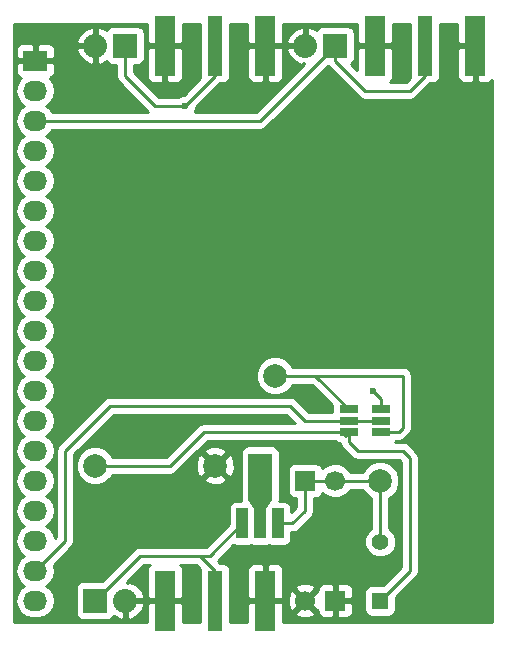
<source format=gtl>
G04 #@! TF.FileFunction,Copper,L1,Top,Signal*
%FSLAX46Y46*%
G04 Gerber Fmt 4.6, Leading zero omitted, Abs format (unit mm)*
G04 Created by KiCad (PCBNEW 4.0.4+e1-6308~48~ubuntu16.04.1-stable) date Fri Dec  2 12:05:53 2016*
%MOMM*%
%LPD*%
G01*
G04 APERTURE LIST*
%ADD10C,0.100000*%
%ADD11C,2.000000*%
%ADD12R,2.032000X2.032000*%
%ADD13O,2.032000X2.032000*%
%ADD14R,2.032000X1.727200*%
%ADD15O,2.032000X1.727200*%
%ADD16R,1.560000X0.650000*%
%ADD17R,1.400000X1.400000*%
%ADD18C,1.400000*%
%ADD19R,1.000760X2.501900*%
%ADD20R,1.998980X4.000500*%
%ADD21R,1.778000X5.080000*%
%ADD22R,1.270000X5.080000*%
%ADD23C,1.998980*%
%ADD24C,1.699260*%
%ADD25R,1.699260X1.699260*%
%ADD26C,0.600000*%
%ADD27C,0.250000*%
%ADD28C,0.254000*%
G04 APERTURE END LIST*
D10*
D11*
X93980000Y-105410000D03*
X102870000Y-114300000D03*
D12*
X99060000Y-77470000D03*
D13*
X96520000Y-77470000D03*
D12*
X81280000Y-77470000D03*
D13*
X78740000Y-77470000D03*
D12*
X78740000Y-124460000D03*
D13*
X81280000Y-124460000D03*
D14*
X73660000Y-78740000D03*
D15*
X73660000Y-81280000D03*
X73660000Y-83820000D03*
X73660000Y-86360000D03*
X73660000Y-88900000D03*
X73660000Y-91440000D03*
X73660000Y-93980000D03*
X73660000Y-96520000D03*
X73660000Y-99060000D03*
X73660000Y-101600000D03*
X73660000Y-104140000D03*
X73660000Y-106680000D03*
X73660000Y-109220000D03*
X73660000Y-111760000D03*
X73660000Y-114300000D03*
X73660000Y-116840000D03*
X73660000Y-119380000D03*
X73660000Y-121920000D03*
X73660000Y-124460000D03*
D16*
X100250000Y-108270000D03*
X100250000Y-109220000D03*
X100250000Y-110170000D03*
X102950000Y-110170000D03*
X102950000Y-108270000D03*
X102950000Y-109220000D03*
D17*
X102870000Y-124460000D03*
D18*
X102870000Y-119460000D03*
D19*
X91208860Y-117922040D03*
X92710000Y-117922040D03*
X94211140Y-117922040D03*
D20*
X92710000Y-113969800D03*
D10*
G36*
X93710760Y-115944650D02*
X93210380Y-116693950D01*
X92209620Y-116693950D01*
X91709240Y-115944650D01*
X93710760Y-115944650D01*
X93710760Y-115944650D01*
G37*
D21*
X110934500Y-77470000D03*
X102425500Y-77470000D03*
D22*
X106680000Y-77470000D03*
D21*
X93154500Y-77470000D03*
X84645500Y-77470000D03*
D22*
X88900000Y-77470000D03*
D21*
X84645500Y-124460000D03*
X93154500Y-124460000D03*
D22*
X88900000Y-124460000D03*
D23*
X78740000Y-113030000D03*
X88900000Y-113030000D03*
D24*
X99057460Y-114299480D03*
D25*
X99057460Y-124459480D03*
D24*
X96522540Y-124460520D03*
D25*
X96522540Y-114300520D03*
D26*
X86360000Y-82550000D03*
X102235000Y-106680000D03*
D27*
X81280000Y-77470000D02*
X81280000Y-80010000D01*
X81280000Y-80010000D02*
X83820000Y-82550000D01*
X83820000Y-82550000D02*
X86360000Y-82550000D01*
X86360000Y-82550000D02*
X88900000Y-80010000D01*
X88900000Y-80010000D02*
X88900000Y-77470000D01*
X102950000Y-110170000D02*
X104460000Y-110170000D01*
X104775000Y-105410000D02*
X97155000Y-105410000D01*
X104775000Y-109855000D02*
X104775000Y-105410000D01*
X104460000Y-110170000D02*
X104775000Y-109855000D01*
X93980000Y-105410000D02*
X97155000Y-105410000D01*
X97155000Y-105410000D02*
X97390000Y-105410000D01*
X97390000Y-105410000D02*
X100250000Y-108270000D01*
X100250000Y-109220000D02*
X96520000Y-109220000D01*
X96520000Y-109220000D02*
X95250000Y-107950000D01*
X100250000Y-109220000D02*
X102950000Y-109220000D01*
X76200000Y-119380000D02*
X73660000Y-121920000D01*
X76200000Y-111760000D02*
X76200000Y-119380000D01*
X80010000Y-107950000D02*
X76200000Y-111760000D01*
X95250000Y-107950000D02*
X80010000Y-107950000D01*
X100250000Y-110170000D02*
X100250000Y-111045000D01*
X105410000Y-121920000D02*
X102870000Y-124460000D01*
X105410000Y-112395000D02*
X105410000Y-121920000D01*
X104775000Y-111760000D02*
X105410000Y-112395000D01*
X100965000Y-111760000D02*
X104775000Y-111760000D01*
X100250000Y-111045000D02*
X100965000Y-111760000D01*
X78740000Y-113030000D02*
X85090000Y-113030000D01*
X87950000Y-110170000D02*
X100250000Y-110170000D01*
X85090000Y-113030000D02*
X87950000Y-110170000D01*
X99930000Y-110490000D02*
X100250000Y-110170000D01*
X102950000Y-108270000D02*
X102950000Y-107395000D01*
X102950000Y-107395000D02*
X102235000Y-106680000D01*
X94211140Y-117922040D02*
X95437960Y-117922040D01*
X96522540Y-116837460D02*
X96522540Y-114300520D01*
X95437960Y-117922040D02*
X96522540Y-116837460D01*
X96522540Y-114300520D02*
X99056420Y-114300520D01*
X99056420Y-114300520D02*
X99056940Y-114300000D01*
X99056940Y-114300000D02*
X102870000Y-114300000D01*
X102870000Y-114300000D02*
X102870000Y-119460000D01*
X94211140Y-117922040D02*
X94211140Y-117881920D01*
X99060000Y-77470000D02*
X99060000Y-78740000D01*
X105410000Y-81280000D02*
X106680000Y-80010000D01*
X101600000Y-81280000D02*
X105410000Y-81280000D01*
X99060000Y-78740000D02*
X101600000Y-81280000D01*
X106680000Y-80010000D02*
X106680000Y-77470000D01*
X92710000Y-83820000D02*
X99060000Y-77470000D01*
X73660000Y-83820000D02*
X92710000Y-83820000D01*
X87630000Y-120650000D02*
X88480900Y-120650000D01*
X88480900Y-120650000D02*
X91208860Y-117922040D01*
X91208860Y-117922040D02*
X91208860Y-118341140D01*
X78740000Y-124460000D02*
X82550000Y-120650000D01*
X87630000Y-120650000D02*
X88900000Y-121920000D01*
X82550000Y-120650000D02*
X87630000Y-120650000D01*
X88900000Y-121920000D02*
X88900000Y-124460000D01*
X92710000Y-117922040D02*
X92710000Y-113969800D01*
D28*
G36*
X83121500Y-77184250D02*
X83280250Y-77343000D01*
X84518500Y-77343000D01*
X84518500Y-77323000D01*
X84772500Y-77323000D01*
X84772500Y-77343000D01*
X86010750Y-77343000D01*
X86169500Y-77184250D01*
X86169500Y-75640000D01*
X87617560Y-75640000D01*
X87617560Y-80010000D01*
X87650443Y-80184755D01*
X86220320Y-81614878D01*
X86174833Y-81614838D01*
X85831057Y-81756883D01*
X85797882Y-81790000D01*
X84134802Y-81790000D01*
X82040000Y-79695198D01*
X82040000Y-79133440D01*
X82296000Y-79133440D01*
X82531317Y-79089162D01*
X82747441Y-78950090D01*
X82892431Y-78737890D01*
X82943440Y-78486000D01*
X82943440Y-77755750D01*
X83121500Y-77755750D01*
X83121500Y-80136310D01*
X83218173Y-80369699D01*
X83396802Y-80548327D01*
X83630191Y-80645000D01*
X84359750Y-80645000D01*
X84518500Y-80486250D01*
X84518500Y-77597000D01*
X84772500Y-77597000D01*
X84772500Y-80486250D01*
X84931250Y-80645000D01*
X85660809Y-80645000D01*
X85894198Y-80548327D01*
X86072827Y-80369699D01*
X86169500Y-80136310D01*
X86169500Y-77755750D01*
X86010750Y-77597000D01*
X84772500Y-77597000D01*
X84518500Y-77597000D01*
X83280250Y-77597000D01*
X83121500Y-77755750D01*
X82943440Y-77755750D01*
X82943440Y-76454000D01*
X82899162Y-76218683D01*
X82760090Y-76002559D01*
X82547890Y-75857569D01*
X82296000Y-75806560D01*
X80264000Y-75806560D01*
X80028683Y-75850838D01*
X79812559Y-75989910D01*
X79712144Y-76136872D01*
X79708379Y-76132812D01*
X79122946Y-75864017D01*
X78867000Y-75982633D01*
X78867000Y-77343000D01*
X78887000Y-77343000D01*
X78887000Y-77597000D01*
X78867000Y-77597000D01*
X78867000Y-78957367D01*
X79122946Y-79075983D01*
X79708379Y-78807188D01*
X79712934Y-78802276D01*
X79799910Y-78937441D01*
X80012110Y-79082431D01*
X80264000Y-79133440D01*
X80520000Y-79133440D01*
X80520000Y-80010000D01*
X80577852Y-80300839D01*
X80742599Y-80547401D01*
X83255198Y-83060000D01*
X75104648Y-83060000D01*
X74904415Y-82760330D01*
X74589634Y-82550000D01*
X74904415Y-82339670D01*
X75229271Y-81853489D01*
X75343345Y-81280000D01*
X75229271Y-80706511D01*
X74904415Y-80220330D01*
X74882220Y-80205500D01*
X75035699Y-80141927D01*
X75214327Y-79963298D01*
X75311000Y-79729909D01*
X75311000Y-79025750D01*
X75152250Y-78867000D01*
X73787000Y-78867000D01*
X73787000Y-78887000D01*
X73533000Y-78887000D01*
X73533000Y-78867000D01*
X72167750Y-78867000D01*
X72009000Y-79025750D01*
X72009000Y-79729909D01*
X72105673Y-79963298D01*
X72284301Y-80141927D01*
X72437780Y-80205500D01*
X72415585Y-80220330D01*
X72090729Y-80706511D01*
X71976655Y-81280000D01*
X72090729Y-81853489D01*
X72415585Y-82339670D01*
X72730366Y-82550000D01*
X72415585Y-82760330D01*
X72090729Y-83246511D01*
X71976655Y-83820000D01*
X72090729Y-84393489D01*
X72415585Y-84879670D01*
X72730366Y-85090000D01*
X72415585Y-85300330D01*
X72090729Y-85786511D01*
X71976655Y-86360000D01*
X72090729Y-86933489D01*
X72415585Y-87419670D01*
X72730366Y-87630000D01*
X72415585Y-87840330D01*
X72090729Y-88326511D01*
X71976655Y-88900000D01*
X72090729Y-89473489D01*
X72415585Y-89959670D01*
X72730366Y-90170000D01*
X72415585Y-90380330D01*
X72090729Y-90866511D01*
X71976655Y-91440000D01*
X72090729Y-92013489D01*
X72415585Y-92499670D01*
X72730366Y-92710000D01*
X72415585Y-92920330D01*
X72090729Y-93406511D01*
X71976655Y-93980000D01*
X72090729Y-94553489D01*
X72415585Y-95039670D01*
X72730366Y-95250000D01*
X72415585Y-95460330D01*
X72090729Y-95946511D01*
X71976655Y-96520000D01*
X72090729Y-97093489D01*
X72415585Y-97579670D01*
X72730366Y-97790000D01*
X72415585Y-98000330D01*
X72090729Y-98486511D01*
X71976655Y-99060000D01*
X72090729Y-99633489D01*
X72415585Y-100119670D01*
X72730366Y-100330000D01*
X72415585Y-100540330D01*
X72090729Y-101026511D01*
X71976655Y-101600000D01*
X72090729Y-102173489D01*
X72415585Y-102659670D01*
X72730366Y-102870000D01*
X72415585Y-103080330D01*
X72090729Y-103566511D01*
X71976655Y-104140000D01*
X72090729Y-104713489D01*
X72415585Y-105199670D01*
X72730366Y-105410000D01*
X72415585Y-105620330D01*
X72090729Y-106106511D01*
X71976655Y-106680000D01*
X72090729Y-107253489D01*
X72415585Y-107739670D01*
X72730366Y-107950000D01*
X72415585Y-108160330D01*
X72090729Y-108646511D01*
X71976655Y-109220000D01*
X72090729Y-109793489D01*
X72415585Y-110279670D01*
X72730366Y-110490000D01*
X72415585Y-110700330D01*
X72090729Y-111186511D01*
X71976655Y-111760000D01*
X72090729Y-112333489D01*
X72415585Y-112819670D01*
X72730366Y-113030000D01*
X72415585Y-113240330D01*
X72090729Y-113726511D01*
X71976655Y-114300000D01*
X72090729Y-114873489D01*
X72415585Y-115359670D01*
X72730366Y-115570000D01*
X72415585Y-115780330D01*
X72090729Y-116266511D01*
X71976655Y-116840000D01*
X72090729Y-117413489D01*
X72415585Y-117899670D01*
X72730366Y-118110000D01*
X72415585Y-118320330D01*
X72090729Y-118806511D01*
X71976655Y-119380000D01*
X72090729Y-119953489D01*
X72415585Y-120439670D01*
X72730366Y-120650000D01*
X72415585Y-120860330D01*
X72090729Y-121346511D01*
X71976655Y-121920000D01*
X72090729Y-122493489D01*
X72415585Y-122979670D01*
X72730366Y-123190000D01*
X72415585Y-123400330D01*
X72090729Y-123886511D01*
X71976655Y-124460000D01*
X72090729Y-125033489D01*
X72415585Y-125519670D01*
X72901766Y-125844526D01*
X73475255Y-125958600D01*
X73844745Y-125958600D01*
X74418234Y-125844526D01*
X74904415Y-125519670D01*
X75229271Y-125033489D01*
X75343345Y-124460000D01*
X75229271Y-123886511D01*
X74904415Y-123400330D01*
X74589634Y-123190000D01*
X74904415Y-122979670D01*
X75229271Y-122493489D01*
X75343345Y-121920000D01*
X75242381Y-121412421D01*
X76737401Y-119917401D01*
X76902148Y-119670840D01*
X76911746Y-119622586D01*
X76960000Y-119380000D01*
X76960000Y-112074802D01*
X80324802Y-108710000D01*
X94935198Y-108710000D01*
X95635198Y-109410000D01*
X87950000Y-109410000D01*
X87659161Y-109467852D01*
X87412599Y-109632599D01*
X84775198Y-112270000D01*
X80194496Y-112270000D01*
X80126462Y-112105345D01*
X79667073Y-111645154D01*
X79066547Y-111395794D01*
X78416306Y-111395226D01*
X77815345Y-111643538D01*
X77355154Y-112102927D01*
X77105794Y-112703453D01*
X77105226Y-113353694D01*
X77353538Y-113954655D01*
X77812927Y-114414846D01*
X78413453Y-114664206D01*
X79063694Y-114664774D01*
X79664655Y-114416462D01*
X79899363Y-114182163D01*
X87927443Y-114182163D01*
X88026042Y-114448965D01*
X88635582Y-114675401D01*
X89285377Y-114651341D01*
X89773958Y-114448965D01*
X89872557Y-114182163D01*
X88900000Y-113209605D01*
X87927443Y-114182163D01*
X79899363Y-114182163D01*
X80124846Y-113957073D01*
X80194221Y-113790000D01*
X85090000Y-113790000D01*
X85380839Y-113732148D01*
X85627401Y-113567401D01*
X86429220Y-112765582D01*
X87254599Y-112765582D01*
X87278659Y-113415377D01*
X87481035Y-113903958D01*
X87747837Y-114002557D01*
X88720395Y-113030000D01*
X89079605Y-113030000D01*
X90052163Y-114002557D01*
X90318965Y-113903958D01*
X90545401Y-113294418D01*
X90521341Y-112644623D01*
X90318965Y-112156042D01*
X90052163Y-112057443D01*
X89079605Y-113030000D01*
X88720395Y-113030000D01*
X87747837Y-112057443D01*
X87481035Y-112156042D01*
X87254599Y-112765582D01*
X86429220Y-112765582D01*
X87316965Y-111877837D01*
X87927443Y-111877837D01*
X88900000Y-112850395D01*
X89872557Y-111877837D01*
X89773958Y-111611035D01*
X89164418Y-111384599D01*
X88514623Y-111408659D01*
X88026042Y-111611035D01*
X87927443Y-111877837D01*
X87316965Y-111877837D01*
X88264802Y-110930000D01*
X98995331Y-110930000D01*
X99005910Y-110946441D01*
X99218110Y-111091431D01*
X99470000Y-111142440D01*
X99509382Y-111142440D01*
X99547852Y-111335839D01*
X99712599Y-111582401D01*
X100427599Y-112297401D01*
X100674161Y-112462148D01*
X100965000Y-112520000D01*
X104460198Y-112520000D01*
X104650000Y-112709802D01*
X104650000Y-121605198D01*
X103142638Y-123112560D01*
X102170000Y-123112560D01*
X101934683Y-123156838D01*
X101718559Y-123295910D01*
X101573569Y-123508110D01*
X101522560Y-123760000D01*
X101522560Y-125160000D01*
X101566838Y-125395317D01*
X101705910Y-125611441D01*
X101918110Y-125756431D01*
X102170000Y-125807440D01*
X103570000Y-125807440D01*
X103805317Y-125763162D01*
X104021441Y-125624090D01*
X104166431Y-125411890D01*
X104217440Y-125160000D01*
X104217440Y-124187362D01*
X105947401Y-122457401D01*
X106112148Y-122210840D01*
X106121746Y-122162586D01*
X106170000Y-121920000D01*
X106170000Y-112395000D01*
X106112148Y-112104161D01*
X105947401Y-111857599D01*
X105312401Y-111222599D01*
X105065839Y-111057852D01*
X104775000Y-111000000D01*
X104117865Y-111000000D01*
X104181441Y-110959090D01*
X104201317Y-110930000D01*
X104460000Y-110930000D01*
X104750839Y-110872148D01*
X104997401Y-110707401D01*
X105312401Y-110392401D01*
X105477148Y-110145840D01*
X105535000Y-109855000D01*
X105535000Y-105410000D01*
X105477148Y-105119161D01*
X105312401Y-104872599D01*
X105065839Y-104707852D01*
X104775000Y-104650000D01*
X95435047Y-104650000D01*
X95366894Y-104485057D01*
X94907363Y-104024722D01*
X94306648Y-103775284D01*
X93656205Y-103774716D01*
X93055057Y-104023106D01*
X92594722Y-104482637D01*
X92345284Y-105083352D01*
X92344716Y-105733795D01*
X92593106Y-106334943D01*
X93052637Y-106795278D01*
X93653352Y-107044716D01*
X94303795Y-107045284D01*
X94904943Y-106796894D01*
X95365278Y-106337363D01*
X95434773Y-106170000D01*
X97075198Y-106170000D01*
X98827214Y-107922016D01*
X98822560Y-107945000D01*
X98822560Y-108460000D01*
X96834802Y-108460000D01*
X95787401Y-107412599D01*
X95540839Y-107247852D01*
X95250000Y-107190000D01*
X80010000Y-107190000D01*
X79719161Y-107247852D01*
X79472599Y-107412599D01*
X75662599Y-111222599D01*
X75497852Y-111469161D01*
X75440000Y-111760000D01*
X75440000Y-119065198D01*
X75307152Y-119198046D01*
X75229271Y-118806511D01*
X74904415Y-118320330D01*
X74589634Y-118110000D01*
X74904415Y-117899670D01*
X75229271Y-117413489D01*
X75343345Y-116840000D01*
X75229271Y-116266511D01*
X74904415Y-115780330D01*
X74589634Y-115570000D01*
X74904415Y-115359670D01*
X75229271Y-114873489D01*
X75343345Y-114300000D01*
X75229271Y-113726511D01*
X74904415Y-113240330D01*
X74589634Y-113030000D01*
X74904415Y-112819670D01*
X75229271Y-112333489D01*
X75343345Y-111760000D01*
X75229271Y-111186511D01*
X74904415Y-110700330D01*
X74589634Y-110490000D01*
X74904415Y-110279670D01*
X75229271Y-109793489D01*
X75343345Y-109220000D01*
X75229271Y-108646511D01*
X74904415Y-108160330D01*
X74589634Y-107950000D01*
X74904415Y-107739670D01*
X75229271Y-107253489D01*
X75343345Y-106680000D01*
X75229271Y-106106511D01*
X74904415Y-105620330D01*
X74589634Y-105410000D01*
X74904415Y-105199670D01*
X75229271Y-104713489D01*
X75343345Y-104140000D01*
X75229271Y-103566511D01*
X74904415Y-103080330D01*
X74589634Y-102870000D01*
X74904415Y-102659670D01*
X75229271Y-102173489D01*
X75343345Y-101600000D01*
X75229271Y-101026511D01*
X74904415Y-100540330D01*
X74589634Y-100330000D01*
X74904415Y-100119670D01*
X75229271Y-99633489D01*
X75343345Y-99060000D01*
X75229271Y-98486511D01*
X74904415Y-98000330D01*
X74589634Y-97790000D01*
X74904415Y-97579670D01*
X75229271Y-97093489D01*
X75343345Y-96520000D01*
X75229271Y-95946511D01*
X74904415Y-95460330D01*
X74589634Y-95250000D01*
X74904415Y-95039670D01*
X75229271Y-94553489D01*
X75343345Y-93980000D01*
X75229271Y-93406511D01*
X74904415Y-92920330D01*
X74589634Y-92710000D01*
X74904415Y-92499670D01*
X75229271Y-92013489D01*
X75343345Y-91440000D01*
X75229271Y-90866511D01*
X74904415Y-90380330D01*
X74589634Y-90170000D01*
X74904415Y-89959670D01*
X75229271Y-89473489D01*
X75343345Y-88900000D01*
X75229271Y-88326511D01*
X74904415Y-87840330D01*
X74589634Y-87630000D01*
X74904415Y-87419670D01*
X75229271Y-86933489D01*
X75343345Y-86360000D01*
X75229271Y-85786511D01*
X74904415Y-85300330D01*
X74589634Y-85090000D01*
X74904415Y-84879670D01*
X75104648Y-84580000D01*
X92710000Y-84580000D01*
X93000839Y-84522148D01*
X93247401Y-84357401D01*
X98444414Y-79160388D01*
X98522599Y-79277401D01*
X101062599Y-81817401D01*
X101309160Y-81982148D01*
X101357414Y-81991746D01*
X101600000Y-82040000D01*
X105410000Y-82040000D01*
X105700839Y-81982148D01*
X105947401Y-81817401D01*
X107107362Y-80657440D01*
X107315000Y-80657440D01*
X107550317Y-80613162D01*
X107766441Y-80474090D01*
X107911431Y-80261890D01*
X107962440Y-80010000D01*
X107962440Y-77755750D01*
X109410500Y-77755750D01*
X109410500Y-80136310D01*
X109507173Y-80369699D01*
X109685802Y-80548327D01*
X109919191Y-80645000D01*
X110648750Y-80645000D01*
X110807500Y-80486250D01*
X110807500Y-77597000D01*
X109569250Y-77597000D01*
X109410500Y-77755750D01*
X107962440Y-77755750D01*
X107962440Y-75640000D01*
X109410500Y-75640000D01*
X109410500Y-77184250D01*
X109569250Y-77343000D01*
X110807500Y-77343000D01*
X110807500Y-77323000D01*
X111061500Y-77323000D01*
X111061500Y-77343000D01*
X111081500Y-77343000D01*
X111081500Y-77597000D01*
X111061500Y-77597000D01*
X111061500Y-80486250D01*
X111220250Y-80645000D01*
X111949809Y-80645000D01*
X112183198Y-80548327D01*
X112320000Y-80411526D01*
X112320000Y-126290000D01*
X94678500Y-126290000D01*
X94678500Y-125504210D01*
X95658455Y-125504210D01*
X95738682Y-125755473D01*
X96293907Y-125956870D01*
X96883939Y-125930461D01*
X97306398Y-125755473D01*
X97386625Y-125504210D01*
X96522540Y-124640125D01*
X95658455Y-125504210D01*
X94678500Y-125504210D01*
X94678500Y-124745750D01*
X94519750Y-124587000D01*
X93281500Y-124587000D01*
X93281500Y-124607000D01*
X93027500Y-124607000D01*
X93027500Y-124587000D01*
X91789250Y-124587000D01*
X91630500Y-124745750D01*
X91630500Y-126290000D01*
X90182440Y-126290000D01*
X90182440Y-121920000D01*
X90158674Y-121793690D01*
X91630500Y-121793690D01*
X91630500Y-124174250D01*
X91789250Y-124333000D01*
X93027500Y-124333000D01*
X93027500Y-121443750D01*
X93281500Y-121443750D01*
X93281500Y-124333000D01*
X94519750Y-124333000D01*
X94620863Y-124231887D01*
X95026190Y-124231887D01*
X95052599Y-124821919D01*
X95227587Y-125244378D01*
X95478850Y-125324605D01*
X96342935Y-124460520D01*
X96702145Y-124460520D01*
X97566230Y-125324605D01*
X97572830Y-125322498D01*
X97572830Y-125435419D01*
X97669503Y-125668808D01*
X97848131Y-125847437D01*
X98081520Y-125944110D01*
X98771710Y-125944110D01*
X98930460Y-125785360D01*
X98930460Y-124586480D01*
X99184460Y-124586480D01*
X99184460Y-125785360D01*
X99343210Y-125944110D01*
X100033400Y-125944110D01*
X100266789Y-125847437D01*
X100445417Y-125668808D01*
X100542090Y-125435419D01*
X100542090Y-124745230D01*
X100383340Y-124586480D01*
X99184460Y-124586480D01*
X98930460Y-124586480D01*
X98910460Y-124586480D01*
X98910460Y-124332480D01*
X98930460Y-124332480D01*
X98930460Y-123133600D01*
X99184460Y-123133600D01*
X99184460Y-124332480D01*
X100383340Y-124332480D01*
X100542090Y-124173730D01*
X100542090Y-123483541D01*
X100445417Y-123250152D01*
X100266789Y-123071523D01*
X100033400Y-122974850D01*
X99343210Y-122974850D01*
X99184460Y-123133600D01*
X98930460Y-123133600D01*
X98771710Y-122974850D01*
X98081520Y-122974850D01*
X97848131Y-123071523D01*
X97669503Y-123250152D01*
X97572830Y-123483541D01*
X97572830Y-123598542D01*
X97566230Y-123596435D01*
X96702145Y-124460520D01*
X96342935Y-124460520D01*
X95478850Y-123596435D01*
X95227587Y-123676662D01*
X95026190Y-124231887D01*
X94620863Y-124231887D01*
X94678500Y-124174250D01*
X94678500Y-123416830D01*
X95658455Y-123416830D01*
X96522540Y-124280915D01*
X97386625Y-123416830D01*
X97306398Y-123165567D01*
X96751173Y-122964170D01*
X96161141Y-122990579D01*
X95738682Y-123165567D01*
X95658455Y-123416830D01*
X94678500Y-123416830D01*
X94678500Y-121793690D01*
X94581827Y-121560301D01*
X94403198Y-121381673D01*
X94169809Y-121285000D01*
X93440250Y-121285000D01*
X93281500Y-121443750D01*
X93027500Y-121443750D01*
X92868750Y-121285000D01*
X92139191Y-121285000D01*
X91905802Y-121381673D01*
X91727173Y-121560301D01*
X91630500Y-121793690D01*
X90158674Y-121793690D01*
X90138162Y-121684683D01*
X89999090Y-121468559D01*
X89786890Y-121323569D01*
X89535000Y-121272560D01*
X89327362Y-121272560D01*
X89130252Y-121075450D01*
X90444525Y-119761177D01*
X90456590Y-119769421D01*
X90708480Y-119820430D01*
X91709240Y-119820430D01*
X91944557Y-119776152D01*
X91956414Y-119768522D01*
X91957730Y-119769421D01*
X92209620Y-119820430D01*
X93210380Y-119820430D01*
X93445697Y-119776152D01*
X93457554Y-119768522D01*
X93458870Y-119769421D01*
X93710760Y-119820430D01*
X94711520Y-119820430D01*
X94946837Y-119776152D01*
X95162961Y-119637080D01*
X95307951Y-119424880D01*
X95358960Y-119172990D01*
X95358960Y-118682040D01*
X95437960Y-118682040D01*
X95728799Y-118624188D01*
X95975361Y-118459441D01*
X97059941Y-117374861D01*
X97224688Y-117128299D01*
X97282540Y-116837460D01*
X97282540Y-115797590D01*
X97372170Y-115797590D01*
X97607487Y-115753312D01*
X97823611Y-115614240D01*
X97968601Y-115402040D01*
X97984073Y-115325637D01*
X98215386Y-115557354D01*
X98760853Y-115783852D01*
X99351476Y-115784368D01*
X99897337Y-115558822D01*
X100315334Y-115141554D01*
X100349198Y-115060000D01*
X101414953Y-115060000D01*
X101483106Y-115224943D01*
X101942637Y-115685278D01*
X102110000Y-115754773D01*
X102110000Y-118332345D01*
X101738902Y-118702796D01*
X101535232Y-119193287D01*
X101534769Y-119724383D01*
X101737582Y-120215229D01*
X102112796Y-120591098D01*
X102603287Y-120794768D01*
X103134383Y-120795231D01*
X103625229Y-120592418D01*
X104001098Y-120217204D01*
X104204768Y-119726713D01*
X104205231Y-119195617D01*
X104002418Y-118704771D01*
X103630000Y-118331703D01*
X103630000Y-115755047D01*
X103794943Y-115686894D01*
X104255278Y-115227363D01*
X104504716Y-114626648D01*
X104505284Y-113976205D01*
X104256894Y-113375057D01*
X103797363Y-112914722D01*
X103196648Y-112665284D01*
X102546205Y-112664716D01*
X101945057Y-112913106D01*
X101484722Y-113372637D01*
X101415227Y-113540000D01*
X100350021Y-113540000D01*
X100316802Y-113459603D01*
X99899534Y-113041606D01*
X99354067Y-112815108D01*
X98763444Y-112814592D01*
X98217583Y-113040138D01*
X97985849Y-113271468D01*
X97975332Y-113215573D01*
X97836260Y-112999449D01*
X97624060Y-112854459D01*
X97372170Y-112803450D01*
X95672910Y-112803450D01*
X95437593Y-112847728D01*
X95221469Y-112986800D01*
X95076479Y-113199000D01*
X95025470Y-113450890D01*
X95025470Y-115150150D01*
X95069748Y-115385467D01*
X95208820Y-115601591D01*
X95421020Y-115746581D01*
X95672910Y-115797590D01*
X95762540Y-115797590D01*
X95762540Y-116522658D01*
X95358960Y-116926238D01*
X95358960Y-116671090D01*
X95314682Y-116435773D01*
X95175610Y-116219649D01*
X94963410Y-116074659D01*
X94711520Y-116023650D01*
X94346076Y-116023650D01*
X94356930Y-115970050D01*
X94356930Y-115965750D01*
X94357953Y-115962537D01*
X94356930Y-115956654D01*
X94356930Y-111969550D01*
X94312652Y-111734233D01*
X94173580Y-111518109D01*
X93961380Y-111373119D01*
X93709490Y-111322110D01*
X91710510Y-111322110D01*
X91475193Y-111366388D01*
X91259069Y-111505460D01*
X91114079Y-111717660D01*
X91063070Y-111969550D01*
X91063070Y-115970050D01*
X91073156Y-116023650D01*
X90708480Y-116023650D01*
X90473163Y-116067928D01*
X90257039Y-116207000D01*
X90112049Y-116419200D01*
X90061040Y-116671090D01*
X90061040Y-117995058D01*
X88166098Y-119890000D01*
X82550000Y-119890000D01*
X82259161Y-119947852D01*
X82012599Y-120112599D01*
X79328638Y-122796560D01*
X77724000Y-122796560D01*
X77488683Y-122840838D01*
X77272559Y-122979910D01*
X77127569Y-123192110D01*
X77076560Y-123444000D01*
X77076560Y-125476000D01*
X77120838Y-125711317D01*
X77259910Y-125927441D01*
X77472110Y-126072431D01*
X77724000Y-126123440D01*
X79756000Y-126123440D01*
X79991317Y-126079162D01*
X80207441Y-125940090D01*
X80307856Y-125793128D01*
X80311621Y-125797188D01*
X80897054Y-126065983D01*
X81153000Y-125947367D01*
X81153000Y-124587000D01*
X81407000Y-124587000D01*
X81407000Y-125947367D01*
X81662946Y-126065983D01*
X82248379Y-125797188D01*
X82686385Y-125324818D01*
X82885975Y-124842944D01*
X82766836Y-124587000D01*
X81407000Y-124587000D01*
X81153000Y-124587000D01*
X81133000Y-124587000D01*
X81133000Y-124333000D01*
X81153000Y-124333000D01*
X81153000Y-124313000D01*
X81407000Y-124313000D01*
X81407000Y-124333000D01*
X82766836Y-124333000D01*
X82885975Y-124077056D01*
X82686385Y-123595182D01*
X82248379Y-123122812D01*
X81662946Y-122854017D01*
X81407002Y-122972632D01*
X81407002Y-122867800D01*
X82864802Y-121410000D01*
X83368475Y-121410000D01*
X83218173Y-121560301D01*
X83121500Y-121793690D01*
X83121500Y-124174250D01*
X83280250Y-124333000D01*
X84518500Y-124333000D01*
X84518500Y-124313000D01*
X84772500Y-124313000D01*
X84772500Y-124333000D01*
X86010750Y-124333000D01*
X86169500Y-124174250D01*
X86169500Y-121793690D01*
X86072827Y-121560301D01*
X85922525Y-121410000D01*
X87315198Y-121410000D01*
X87652527Y-121747329D01*
X87617560Y-121920000D01*
X87617560Y-126290000D01*
X86169500Y-126290000D01*
X86169500Y-124745750D01*
X86010750Y-124587000D01*
X84772500Y-124587000D01*
X84772500Y-124607000D01*
X84518500Y-124607000D01*
X84518500Y-124587000D01*
X83280250Y-124587000D01*
X83121500Y-124745750D01*
X83121500Y-126290000D01*
X71830000Y-126290000D01*
X71830000Y-77750091D01*
X72009000Y-77750091D01*
X72009000Y-78454250D01*
X72167750Y-78613000D01*
X73533000Y-78613000D01*
X73533000Y-77400150D01*
X73787000Y-77400150D01*
X73787000Y-78613000D01*
X75152250Y-78613000D01*
X75311000Y-78454250D01*
X75311000Y-77852944D01*
X77134025Y-77852944D01*
X77333615Y-78334818D01*
X77771621Y-78807188D01*
X78357054Y-79075983D01*
X78613000Y-78957367D01*
X78613000Y-77597000D01*
X77253164Y-77597000D01*
X77134025Y-77852944D01*
X75311000Y-77852944D01*
X75311000Y-77750091D01*
X75214327Y-77516702D01*
X75035699Y-77338073D01*
X74802310Y-77241400D01*
X73945750Y-77241400D01*
X73787000Y-77400150D01*
X73533000Y-77400150D01*
X73374250Y-77241400D01*
X72517690Y-77241400D01*
X72284301Y-77338073D01*
X72105673Y-77516702D01*
X72009000Y-77750091D01*
X71830000Y-77750091D01*
X71830000Y-77087056D01*
X77134025Y-77087056D01*
X77253164Y-77343000D01*
X78613000Y-77343000D01*
X78613000Y-75982633D01*
X78357054Y-75864017D01*
X77771621Y-76132812D01*
X77333615Y-76605182D01*
X77134025Y-77087056D01*
X71830000Y-77087056D01*
X71830000Y-75640000D01*
X83121500Y-75640000D01*
X83121500Y-77184250D01*
X83121500Y-77184250D01*
G37*
X83121500Y-77184250D02*
X83280250Y-77343000D01*
X84518500Y-77343000D01*
X84518500Y-77323000D01*
X84772500Y-77323000D01*
X84772500Y-77343000D01*
X86010750Y-77343000D01*
X86169500Y-77184250D01*
X86169500Y-75640000D01*
X87617560Y-75640000D01*
X87617560Y-80010000D01*
X87650443Y-80184755D01*
X86220320Y-81614878D01*
X86174833Y-81614838D01*
X85831057Y-81756883D01*
X85797882Y-81790000D01*
X84134802Y-81790000D01*
X82040000Y-79695198D01*
X82040000Y-79133440D01*
X82296000Y-79133440D01*
X82531317Y-79089162D01*
X82747441Y-78950090D01*
X82892431Y-78737890D01*
X82943440Y-78486000D01*
X82943440Y-77755750D01*
X83121500Y-77755750D01*
X83121500Y-80136310D01*
X83218173Y-80369699D01*
X83396802Y-80548327D01*
X83630191Y-80645000D01*
X84359750Y-80645000D01*
X84518500Y-80486250D01*
X84518500Y-77597000D01*
X84772500Y-77597000D01*
X84772500Y-80486250D01*
X84931250Y-80645000D01*
X85660809Y-80645000D01*
X85894198Y-80548327D01*
X86072827Y-80369699D01*
X86169500Y-80136310D01*
X86169500Y-77755750D01*
X86010750Y-77597000D01*
X84772500Y-77597000D01*
X84518500Y-77597000D01*
X83280250Y-77597000D01*
X83121500Y-77755750D01*
X82943440Y-77755750D01*
X82943440Y-76454000D01*
X82899162Y-76218683D01*
X82760090Y-76002559D01*
X82547890Y-75857569D01*
X82296000Y-75806560D01*
X80264000Y-75806560D01*
X80028683Y-75850838D01*
X79812559Y-75989910D01*
X79712144Y-76136872D01*
X79708379Y-76132812D01*
X79122946Y-75864017D01*
X78867000Y-75982633D01*
X78867000Y-77343000D01*
X78887000Y-77343000D01*
X78887000Y-77597000D01*
X78867000Y-77597000D01*
X78867000Y-78957367D01*
X79122946Y-79075983D01*
X79708379Y-78807188D01*
X79712934Y-78802276D01*
X79799910Y-78937441D01*
X80012110Y-79082431D01*
X80264000Y-79133440D01*
X80520000Y-79133440D01*
X80520000Y-80010000D01*
X80577852Y-80300839D01*
X80742599Y-80547401D01*
X83255198Y-83060000D01*
X75104648Y-83060000D01*
X74904415Y-82760330D01*
X74589634Y-82550000D01*
X74904415Y-82339670D01*
X75229271Y-81853489D01*
X75343345Y-81280000D01*
X75229271Y-80706511D01*
X74904415Y-80220330D01*
X74882220Y-80205500D01*
X75035699Y-80141927D01*
X75214327Y-79963298D01*
X75311000Y-79729909D01*
X75311000Y-79025750D01*
X75152250Y-78867000D01*
X73787000Y-78867000D01*
X73787000Y-78887000D01*
X73533000Y-78887000D01*
X73533000Y-78867000D01*
X72167750Y-78867000D01*
X72009000Y-79025750D01*
X72009000Y-79729909D01*
X72105673Y-79963298D01*
X72284301Y-80141927D01*
X72437780Y-80205500D01*
X72415585Y-80220330D01*
X72090729Y-80706511D01*
X71976655Y-81280000D01*
X72090729Y-81853489D01*
X72415585Y-82339670D01*
X72730366Y-82550000D01*
X72415585Y-82760330D01*
X72090729Y-83246511D01*
X71976655Y-83820000D01*
X72090729Y-84393489D01*
X72415585Y-84879670D01*
X72730366Y-85090000D01*
X72415585Y-85300330D01*
X72090729Y-85786511D01*
X71976655Y-86360000D01*
X72090729Y-86933489D01*
X72415585Y-87419670D01*
X72730366Y-87630000D01*
X72415585Y-87840330D01*
X72090729Y-88326511D01*
X71976655Y-88900000D01*
X72090729Y-89473489D01*
X72415585Y-89959670D01*
X72730366Y-90170000D01*
X72415585Y-90380330D01*
X72090729Y-90866511D01*
X71976655Y-91440000D01*
X72090729Y-92013489D01*
X72415585Y-92499670D01*
X72730366Y-92710000D01*
X72415585Y-92920330D01*
X72090729Y-93406511D01*
X71976655Y-93980000D01*
X72090729Y-94553489D01*
X72415585Y-95039670D01*
X72730366Y-95250000D01*
X72415585Y-95460330D01*
X72090729Y-95946511D01*
X71976655Y-96520000D01*
X72090729Y-97093489D01*
X72415585Y-97579670D01*
X72730366Y-97790000D01*
X72415585Y-98000330D01*
X72090729Y-98486511D01*
X71976655Y-99060000D01*
X72090729Y-99633489D01*
X72415585Y-100119670D01*
X72730366Y-100330000D01*
X72415585Y-100540330D01*
X72090729Y-101026511D01*
X71976655Y-101600000D01*
X72090729Y-102173489D01*
X72415585Y-102659670D01*
X72730366Y-102870000D01*
X72415585Y-103080330D01*
X72090729Y-103566511D01*
X71976655Y-104140000D01*
X72090729Y-104713489D01*
X72415585Y-105199670D01*
X72730366Y-105410000D01*
X72415585Y-105620330D01*
X72090729Y-106106511D01*
X71976655Y-106680000D01*
X72090729Y-107253489D01*
X72415585Y-107739670D01*
X72730366Y-107950000D01*
X72415585Y-108160330D01*
X72090729Y-108646511D01*
X71976655Y-109220000D01*
X72090729Y-109793489D01*
X72415585Y-110279670D01*
X72730366Y-110490000D01*
X72415585Y-110700330D01*
X72090729Y-111186511D01*
X71976655Y-111760000D01*
X72090729Y-112333489D01*
X72415585Y-112819670D01*
X72730366Y-113030000D01*
X72415585Y-113240330D01*
X72090729Y-113726511D01*
X71976655Y-114300000D01*
X72090729Y-114873489D01*
X72415585Y-115359670D01*
X72730366Y-115570000D01*
X72415585Y-115780330D01*
X72090729Y-116266511D01*
X71976655Y-116840000D01*
X72090729Y-117413489D01*
X72415585Y-117899670D01*
X72730366Y-118110000D01*
X72415585Y-118320330D01*
X72090729Y-118806511D01*
X71976655Y-119380000D01*
X72090729Y-119953489D01*
X72415585Y-120439670D01*
X72730366Y-120650000D01*
X72415585Y-120860330D01*
X72090729Y-121346511D01*
X71976655Y-121920000D01*
X72090729Y-122493489D01*
X72415585Y-122979670D01*
X72730366Y-123190000D01*
X72415585Y-123400330D01*
X72090729Y-123886511D01*
X71976655Y-124460000D01*
X72090729Y-125033489D01*
X72415585Y-125519670D01*
X72901766Y-125844526D01*
X73475255Y-125958600D01*
X73844745Y-125958600D01*
X74418234Y-125844526D01*
X74904415Y-125519670D01*
X75229271Y-125033489D01*
X75343345Y-124460000D01*
X75229271Y-123886511D01*
X74904415Y-123400330D01*
X74589634Y-123190000D01*
X74904415Y-122979670D01*
X75229271Y-122493489D01*
X75343345Y-121920000D01*
X75242381Y-121412421D01*
X76737401Y-119917401D01*
X76902148Y-119670840D01*
X76911746Y-119622586D01*
X76960000Y-119380000D01*
X76960000Y-112074802D01*
X80324802Y-108710000D01*
X94935198Y-108710000D01*
X95635198Y-109410000D01*
X87950000Y-109410000D01*
X87659161Y-109467852D01*
X87412599Y-109632599D01*
X84775198Y-112270000D01*
X80194496Y-112270000D01*
X80126462Y-112105345D01*
X79667073Y-111645154D01*
X79066547Y-111395794D01*
X78416306Y-111395226D01*
X77815345Y-111643538D01*
X77355154Y-112102927D01*
X77105794Y-112703453D01*
X77105226Y-113353694D01*
X77353538Y-113954655D01*
X77812927Y-114414846D01*
X78413453Y-114664206D01*
X79063694Y-114664774D01*
X79664655Y-114416462D01*
X79899363Y-114182163D01*
X87927443Y-114182163D01*
X88026042Y-114448965D01*
X88635582Y-114675401D01*
X89285377Y-114651341D01*
X89773958Y-114448965D01*
X89872557Y-114182163D01*
X88900000Y-113209605D01*
X87927443Y-114182163D01*
X79899363Y-114182163D01*
X80124846Y-113957073D01*
X80194221Y-113790000D01*
X85090000Y-113790000D01*
X85380839Y-113732148D01*
X85627401Y-113567401D01*
X86429220Y-112765582D01*
X87254599Y-112765582D01*
X87278659Y-113415377D01*
X87481035Y-113903958D01*
X87747837Y-114002557D01*
X88720395Y-113030000D01*
X89079605Y-113030000D01*
X90052163Y-114002557D01*
X90318965Y-113903958D01*
X90545401Y-113294418D01*
X90521341Y-112644623D01*
X90318965Y-112156042D01*
X90052163Y-112057443D01*
X89079605Y-113030000D01*
X88720395Y-113030000D01*
X87747837Y-112057443D01*
X87481035Y-112156042D01*
X87254599Y-112765582D01*
X86429220Y-112765582D01*
X87316965Y-111877837D01*
X87927443Y-111877837D01*
X88900000Y-112850395D01*
X89872557Y-111877837D01*
X89773958Y-111611035D01*
X89164418Y-111384599D01*
X88514623Y-111408659D01*
X88026042Y-111611035D01*
X87927443Y-111877837D01*
X87316965Y-111877837D01*
X88264802Y-110930000D01*
X98995331Y-110930000D01*
X99005910Y-110946441D01*
X99218110Y-111091431D01*
X99470000Y-111142440D01*
X99509382Y-111142440D01*
X99547852Y-111335839D01*
X99712599Y-111582401D01*
X100427599Y-112297401D01*
X100674161Y-112462148D01*
X100965000Y-112520000D01*
X104460198Y-112520000D01*
X104650000Y-112709802D01*
X104650000Y-121605198D01*
X103142638Y-123112560D01*
X102170000Y-123112560D01*
X101934683Y-123156838D01*
X101718559Y-123295910D01*
X101573569Y-123508110D01*
X101522560Y-123760000D01*
X101522560Y-125160000D01*
X101566838Y-125395317D01*
X101705910Y-125611441D01*
X101918110Y-125756431D01*
X102170000Y-125807440D01*
X103570000Y-125807440D01*
X103805317Y-125763162D01*
X104021441Y-125624090D01*
X104166431Y-125411890D01*
X104217440Y-125160000D01*
X104217440Y-124187362D01*
X105947401Y-122457401D01*
X106112148Y-122210840D01*
X106121746Y-122162586D01*
X106170000Y-121920000D01*
X106170000Y-112395000D01*
X106112148Y-112104161D01*
X105947401Y-111857599D01*
X105312401Y-111222599D01*
X105065839Y-111057852D01*
X104775000Y-111000000D01*
X104117865Y-111000000D01*
X104181441Y-110959090D01*
X104201317Y-110930000D01*
X104460000Y-110930000D01*
X104750839Y-110872148D01*
X104997401Y-110707401D01*
X105312401Y-110392401D01*
X105477148Y-110145840D01*
X105535000Y-109855000D01*
X105535000Y-105410000D01*
X105477148Y-105119161D01*
X105312401Y-104872599D01*
X105065839Y-104707852D01*
X104775000Y-104650000D01*
X95435047Y-104650000D01*
X95366894Y-104485057D01*
X94907363Y-104024722D01*
X94306648Y-103775284D01*
X93656205Y-103774716D01*
X93055057Y-104023106D01*
X92594722Y-104482637D01*
X92345284Y-105083352D01*
X92344716Y-105733795D01*
X92593106Y-106334943D01*
X93052637Y-106795278D01*
X93653352Y-107044716D01*
X94303795Y-107045284D01*
X94904943Y-106796894D01*
X95365278Y-106337363D01*
X95434773Y-106170000D01*
X97075198Y-106170000D01*
X98827214Y-107922016D01*
X98822560Y-107945000D01*
X98822560Y-108460000D01*
X96834802Y-108460000D01*
X95787401Y-107412599D01*
X95540839Y-107247852D01*
X95250000Y-107190000D01*
X80010000Y-107190000D01*
X79719161Y-107247852D01*
X79472599Y-107412599D01*
X75662599Y-111222599D01*
X75497852Y-111469161D01*
X75440000Y-111760000D01*
X75440000Y-119065198D01*
X75307152Y-119198046D01*
X75229271Y-118806511D01*
X74904415Y-118320330D01*
X74589634Y-118110000D01*
X74904415Y-117899670D01*
X75229271Y-117413489D01*
X75343345Y-116840000D01*
X75229271Y-116266511D01*
X74904415Y-115780330D01*
X74589634Y-115570000D01*
X74904415Y-115359670D01*
X75229271Y-114873489D01*
X75343345Y-114300000D01*
X75229271Y-113726511D01*
X74904415Y-113240330D01*
X74589634Y-113030000D01*
X74904415Y-112819670D01*
X75229271Y-112333489D01*
X75343345Y-111760000D01*
X75229271Y-111186511D01*
X74904415Y-110700330D01*
X74589634Y-110490000D01*
X74904415Y-110279670D01*
X75229271Y-109793489D01*
X75343345Y-109220000D01*
X75229271Y-108646511D01*
X74904415Y-108160330D01*
X74589634Y-107950000D01*
X74904415Y-107739670D01*
X75229271Y-107253489D01*
X75343345Y-106680000D01*
X75229271Y-106106511D01*
X74904415Y-105620330D01*
X74589634Y-105410000D01*
X74904415Y-105199670D01*
X75229271Y-104713489D01*
X75343345Y-104140000D01*
X75229271Y-103566511D01*
X74904415Y-103080330D01*
X74589634Y-102870000D01*
X74904415Y-102659670D01*
X75229271Y-102173489D01*
X75343345Y-101600000D01*
X75229271Y-101026511D01*
X74904415Y-100540330D01*
X74589634Y-100330000D01*
X74904415Y-100119670D01*
X75229271Y-99633489D01*
X75343345Y-99060000D01*
X75229271Y-98486511D01*
X74904415Y-98000330D01*
X74589634Y-97790000D01*
X74904415Y-97579670D01*
X75229271Y-97093489D01*
X75343345Y-96520000D01*
X75229271Y-95946511D01*
X74904415Y-95460330D01*
X74589634Y-95250000D01*
X74904415Y-95039670D01*
X75229271Y-94553489D01*
X75343345Y-93980000D01*
X75229271Y-93406511D01*
X74904415Y-92920330D01*
X74589634Y-92710000D01*
X74904415Y-92499670D01*
X75229271Y-92013489D01*
X75343345Y-91440000D01*
X75229271Y-90866511D01*
X74904415Y-90380330D01*
X74589634Y-90170000D01*
X74904415Y-89959670D01*
X75229271Y-89473489D01*
X75343345Y-88900000D01*
X75229271Y-88326511D01*
X74904415Y-87840330D01*
X74589634Y-87630000D01*
X74904415Y-87419670D01*
X75229271Y-86933489D01*
X75343345Y-86360000D01*
X75229271Y-85786511D01*
X74904415Y-85300330D01*
X74589634Y-85090000D01*
X74904415Y-84879670D01*
X75104648Y-84580000D01*
X92710000Y-84580000D01*
X93000839Y-84522148D01*
X93247401Y-84357401D01*
X98444414Y-79160388D01*
X98522599Y-79277401D01*
X101062599Y-81817401D01*
X101309160Y-81982148D01*
X101357414Y-81991746D01*
X101600000Y-82040000D01*
X105410000Y-82040000D01*
X105700839Y-81982148D01*
X105947401Y-81817401D01*
X107107362Y-80657440D01*
X107315000Y-80657440D01*
X107550317Y-80613162D01*
X107766441Y-80474090D01*
X107911431Y-80261890D01*
X107962440Y-80010000D01*
X107962440Y-77755750D01*
X109410500Y-77755750D01*
X109410500Y-80136310D01*
X109507173Y-80369699D01*
X109685802Y-80548327D01*
X109919191Y-80645000D01*
X110648750Y-80645000D01*
X110807500Y-80486250D01*
X110807500Y-77597000D01*
X109569250Y-77597000D01*
X109410500Y-77755750D01*
X107962440Y-77755750D01*
X107962440Y-75640000D01*
X109410500Y-75640000D01*
X109410500Y-77184250D01*
X109569250Y-77343000D01*
X110807500Y-77343000D01*
X110807500Y-77323000D01*
X111061500Y-77323000D01*
X111061500Y-77343000D01*
X111081500Y-77343000D01*
X111081500Y-77597000D01*
X111061500Y-77597000D01*
X111061500Y-80486250D01*
X111220250Y-80645000D01*
X111949809Y-80645000D01*
X112183198Y-80548327D01*
X112320000Y-80411526D01*
X112320000Y-126290000D01*
X94678500Y-126290000D01*
X94678500Y-125504210D01*
X95658455Y-125504210D01*
X95738682Y-125755473D01*
X96293907Y-125956870D01*
X96883939Y-125930461D01*
X97306398Y-125755473D01*
X97386625Y-125504210D01*
X96522540Y-124640125D01*
X95658455Y-125504210D01*
X94678500Y-125504210D01*
X94678500Y-124745750D01*
X94519750Y-124587000D01*
X93281500Y-124587000D01*
X93281500Y-124607000D01*
X93027500Y-124607000D01*
X93027500Y-124587000D01*
X91789250Y-124587000D01*
X91630500Y-124745750D01*
X91630500Y-126290000D01*
X90182440Y-126290000D01*
X90182440Y-121920000D01*
X90158674Y-121793690D01*
X91630500Y-121793690D01*
X91630500Y-124174250D01*
X91789250Y-124333000D01*
X93027500Y-124333000D01*
X93027500Y-121443750D01*
X93281500Y-121443750D01*
X93281500Y-124333000D01*
X94519750Y-124333000D01*
X94620863Y-124231887D01*
X95026190Y-124231887D01*
X95052599Y-124821919D01*
X95227587Y-125244378D01*
X95478850Y-125324605D01*
X96342935Y-124460520D01*
X96702145Y-124460520D01*
X97566230Y-125324605D01*
X97572830Y-125322498D01*
X97572830Y-125435419D01*
X97669503Y-125668808D01*
X97848131Y-125847437D01*
X98081520Y-125944110D01*
X98771710Y-125944110D01*
X98930460Y-125785360D01*
X98930460Y-124586480D01*
X99184460Y-124586480D01*
X99184460Y-125785360D01*
X99343210Y-125944110D01*
X100033400Y-125944110D01*
X100266789Y-125847437D01*
X100445417Y-125668808D01*
X100542090Y-125435419D01*
X100542090Y-124745230D01*
X100383340Y-124586480D01*
X99184460Y-124586480D01*
X98930460Y-124586480D01*
X98910460Y-124586480D01*
X98910460Y-124332480D01*
X98930460Y-124332480D01*
X98930460Y-123133600D01*
X99184460Y-123133600D01*
X99184460Y-124332480D01*
X100383340Y-124332480D01*
X100542090Y-124173730D01*
X100542090Y-123483541D01*
X100445417Y-123250152D01*
X100266789Y-123071523D01*
X100033400Y-122974850D01*
X99343210Y-122974850D01*
X99184460Y-123133600D01*
X98930460Y-123133600D01*
X98771710Y-122974850D01*
X98081520Y-122974850D01*
X97848131Y-123071523D01*
X97669503Y-123250152D01*
X97572830Y-123483541D01*
X97572830Y-123598542D01*
X97566230Y-123596435D01*
X96702145Y-124460520D01*
X96342935Y-124460520D01*
X95478850Y-123596435D01*
X95227587Y-123676662D01*
X95026190Y-124231887D01*
X94620863Y-124231887D01*
X94678500Y-124174250D01*
X94678500Y-123416830D01*
X95658455Y-123416830D01*
X96522540Y-124280915D01*
X97386625Y-123416830D01*
X97306398Y-123165567D01*
X96751173Y-122964170D01*
X96161141Y-122990579D01*
X95738682Y-123165567D01*
X95658455Y-123416830D01*
X94678500Y-123416830D01*
X94678500Y-121793690D01*
X94581827Y-121560301D01*
X94403198Y-121381673D01*
X94169809Y-121285000D01*
X93440250Y-121285000D01*
X93281500Y-121443750D01*
X93027500Y-121443750D01*
X92868750Y-121285000D01*
X92139191Y-121285000D01*
X91905802Y-121381673D01*
X91727173Y-121560301D01*
X91630500Y-121793690D01*
X90158674Y-121793690D01*
X90138162Y-121684683D01*
X89999090Y-121468559D01*
X89786890Y-121323569D01*
X89535000Y-121272560D01*
X89327362Y-121272560D01*
X89130252Y-121075450D01*
X90444525Y-119761177D01*
X90456590Y-119769421D01*
X90708480Y-119820430D01*
X91709240Y-119820430D01*
X91944557Y-119776152D01*
X91956414Y-119768522D01*
X91957730Y-119769421D01*
X92209620Y-119820430D01*
X93210380Y-119820430D01*
X93445697Y-119776152D01*
X93457554Y-119768522D01*
X93458870Y-119769421D01*
X93710760Y-119820430D01*
X94711520Y-119820430D01*
X94946837Y-119776152D01*
X95162961Y-119637080D01*
X95307951Y-119424880D01*
X95358960Y-119172990D01*
X95358960Y-118682040D01*
X95437960Y-118682040D01*
X95728799Y-118624188D01*
X95975361Y-118459441D01*
X97059941Y-117374861D01*
X97224688Y-117128299D01*
X97282540Y-116837460D01*
X97282540Y-115797590D01*
X97372170Y-115797590D01*
X97607487Y-115753312D01*
X97823611Y-115614240D01*
X97968601Y-115402040D01*
X97984073Y-115325637D01*
X98215386Y-115557354D01*
X98760853Y-115783852D01*
X99351476Y-115784368D01*
X99897337Y-115558822D01*
X100315334Y-115141554D01*
X100349198Y-115060000D01*
X101414953Y-115060000D01*
X101483106Y-115224943D01*
X101942637Y-115685278D01*
X102110000Y-115754773D01*
X102110000Y-118332345D01*
X101738902Y-118702796D01*
X101535232Y-119193287D01*
X101534769Y-119724383D01*
X101737582Y-120215229D01*
X102112796Y-120591098D01*
X102603287Y-120794768D01*
X103134383Y-120795231D01*
X103625229Y-120592418D01*
X104001098Y-120217204D01*
X104204768Y-119726713D01*
X104205231Y-119195617D01*
X104002418Y-118704771D01*
X103630000Y-118331703D01*
X103630000Y-115755047D01*
X103794943Y-115686894D01*
X104255278Y-115227363D01*
X104504716Y-114626648D01*
X104505284Y-113976205D01*
X104256894Y-113375057D01*
X103797363Y-112914722D01*
X103196648Y-112665284D01*
X102546205Y-112664716D01*
X101945057Y-112913106D01*
X101484722Y-113372637D01*
X101415227Y-113540000D01*
X100350021Y-113540000D01*
X100316802Y-113459603D01*
X99899534Y-113041606D01*
X99354067Y-112815108D01*
X98763444Y-112814592D01*
X98217583Y-113040138D01*
X97985849Y-113271468D01*
X97975332Y-113215573D01*
X97836260Y-112999449D01*
X97624060Y-112854459D01*
X97372170Y-112803450D01*
X95672910Y-112803450D01*
X95437593Y-112847728D01*
X95221469Y-112986800D01*
X95076479Y-113199000D01*
X95025470Y-113450890D01*
X95025470Y-115150150D01*
X95069748Y-115385467D01*
X95208820Y-115601591D01*
X95421020Y-115746581D01*
X95672910Y-115797590D01*
X95762540Y-115797590D01*
X95762540Y-116522658D01*
X95358960Y-116926238D01*
X95358960Y-116671090D01*
X95314682Y-116435773D01*
X95175610Y-116219649D01*
X94963410Y-116074659D01*
X94711520Y-116023650D01*
X94346076Y-116023650D01*
X94356930Y-115970050D01*
X94356930Y-115965750D01*
X94357953Y-115962537D01*
X94356930Y-115956654D01*
X94356930Y-111969550D01*
X94312652Y-111734233D01*
X94173580Y-111518109D01*
X93961380Y-111373119D01*
X93709490Y-111322110D01*
X91710510Y-111322110D01*
X91475193Y-111366388D01*
X91259069Y-111505460D01*
X91114079Y-111717660D01*
X91063070Y-111969550D01*
X91063070Y-115970050D01*
X91073156Y-116023650D01*
X90708480Y-116023650D01*
X90473163Y-116067928D01*
X90257039Y-116207000D01*
X90112049Y-116419200D01*
X90061040Y-116671090D01*
X90061040Y-117995058D01*
X88166098Y-119890000D01*
X82550000Y-119890000D01*
X82259161Y-119947852D01*
X82012599Y-120112599D01*
X79328638Y-122796560D01*
X77724000Y-122796560D01*
X77488683Y-122840838D01*
X77272559Y-122979910D01*
X77127569Y-123192110D01*
X77076560Y-123444000D01*
X77076560Y-125476000D01*
X77120838Y-125711317D01*
X77259910Y-125927441D01*
X77472110Y-126072431D01*
X77724000Y-126123440D01*
X79756000Y-126123440D01*
X79991317Y-126079162D01*
X80207441Y-125940090D01*
X80307856Y-125793128D01*
X80311621Y-125797188D01*
X80897054Y-126065983D01*
X81153000Y-125947367D01*
X81153000Y-124587000D01*
X81407000Y-124587000D01*
X81407000Y-125947367D01*
X81662946Y-126065983D01*
X82248379Y-125797188D01*
X82686385Y-125324818D01*
X82885975Y-124842944D01*
X82766836Y-124587000D01*
X81407000Y-124587000D01*
X81153000Y-124587000D01*
X81133000Y-124587000D01*
X81133000Y-124333000D01*
X81153000Y-124333000D01*
X81153000Y-124313000D01*
X81407000Y-124313000D01*
X81407000Y-124333000D01*
X82766836Y-124333000D01*
X82885975Y-124077056D01*
X82686385Y-123595182D01*
X82248379Y-123122812D01*
X81662946Y-122854017D01*
X81407002Y-122972632D01*
X81407002Y-122867800D01*
X82864802Y-121410000D01*
X83368475Y-121410000D01*
X83218173Y-121560301D01*
X83121500Y-121793690D01*
X83121500Y-124174250D01*
X83280250Y-124333000D01*
X84518500Y-124333000D01*
X84518500Y-124313000D01*
X84772500Y-124313000D01*
X84772500Y-124333000D01*
X86010750Y-124333000D01*
X86169500Y-124174250D01*
X86169500Y-121793690D01*
X86072827Y-121560301D01*
X85922525Y-121410000D01*
X87315198Y-121410000D01*
X87652527Y-121747329D01*
X87617560Y-121920000D01*
X87617560Y-126290000D01*
X86169500Y-126290000D01*
X86169500Y-124745750D01*
X86010750Y-124587000D01*
X84772500Y-124587000D01*
X84772500Y-124607000D01*
X84518500Y-124607000D01*
X84518500Y-124587000D01*
X83280250Y-124587000D01*
X83121500Y-124745750D01*
X83121500Y-126290000D01*
X71830000Y-126290000D01*
X71830000Y-77750091D01*
X72009000Y-77750091D01*
X72009000Y-78454250D01*
X72167750Y-78613000D01*
X73533000Y-78613000D01*
X73533000Y-77400150D01*
X73787000Y-77400150D01*
X73787000Y-78613000D01*
X75152250Y-78613000D01*
X75311000Y-78454250D01*
X75311000Y-77852944D01*
X77134025Y-77852944D01*
X77333615Y-78334818D01*
X77771621Y-78807188D01*
X78357054Y-79075983D01*
X78613000Y-78957367D01*
X78613000Y-77597000D01*
X77253164Y-77597000D01*
X77134025Y-77852944D01*
X75311000Y-77852944D01*
X75311000Y-77750091D01*
X75214327Y-77516702D01*
X75035699Y-77338073D01*
X74802310Y-77241400D01*
X73945750Y-77241400D01*
X73787000Y-77400150D01*
X73533000Y-77400150D01*
X73374250Y-77241400D01*
X72517690Y-77241400D01*
X72284301Y-77338073D01*
X72105673Y-77516702D01*
X72009000Y-77750091D01*
X71830000Y-77750091D01*
X71830000Y-77087056D01*
X77134025Y-77087056D01*
X77253164Y-77343000D01*
X78613000Y-77343000D01*
X78613000Y-75982633D01*
X78357054Y-75864017D01*
X77771621Y-76132812D01*
X77333615Y-76605182D01*
X77134025Y-77087056D01*
X71830000Y-77087056D01*
X71830000Y-75640000D01*
X83121500Y-75640000D01*
X83121500Y-77184250D01*
G36*
X91630500Y-77184250D02*
X91789250Y-77343000D01*
X93027500Y-77343000D01*
X93027500Y-77323000D01*
X93281500Y-77323000D01*
X93281500Y-77343000D01*
X94519750Y-77343000D01*
X94678500Y-77184250D01*
X94678500Y-77087056D01*
X94914025Y-77087056D01*
X95033164Y-77343000D01*
X96393000Y-77343000D01*
X96393000Y-75982633D01*
X96137054Y-75864017D01*
X95551621Y-76132812D01*
X95113615Y-76605182D01*
X94914025Y-77087056D01*
X94678500Y-77087056D01*
X94678500Y-75640000D01*
X100901500Y-75640000D01*
X100901500Y-77184250D01*
X101060250Y-77343000D01*
X102298500Y-77343000D01*
X102298500Y-77323000D01*
X102552500Y-77323000D01*
X102552500Y-77343000D01*
X103790750Y-77343000D01*
X103949500Y-77184250D01*
X103949500Y-75640000D01*
X105397560Y-75640000D01*
X105397560Y-80010000D01*
X105430443Y-80184755D01*
X105095198Y-80520000D01*
X103702525Y-80520000D01*
X103852827Y-80369699D01*
X103949500Y-80136310D01*
X103949500Y-77755750D01*
X103790750Y-77597000D01*
X102552500Y-77597000D01*
X102552500Y-77617000D01*
X102298500Y-77617000D01*
X102298500Y-77597000D01*
X101060250Y-77597000D01*
X100901500Y-77755750D01*
X100901500Y-79506698D01*
X100416366Y-79021564D01*
X100527441Y-78950090D01*
X100672431Y-78737890D01*
X100723440Y-78486000D01*
X100723440Y-76454000D01*
X100679162Y-76218683D01*
X100540090Y-76002559D01*
X100327890Y-75857569D01*
X100076000Y-75806560D01*
X98044000Y-75806560D01*
X97808683Y-75850838D01*
X97592559Y-75989910D01*
X97492144Y-76136872D01*
X97488379Y-76132812D01*
X96902946Y-75864017D01*
X96647000Y-75982633D01*
X96647000Y-77343000D01*
X96667000Y-77343000D01*
X96667000Y-77597000D01*
X96647000Y-77597000D01*
X96647000Y-77617000D01*
X96393000Y-77617000D01*
X96393000Y-77597000D01*
X95033164Y-77597000D01*
X94914025Y-77852944D01*
X95113615Y-78334818D01*
X95551621Y-78807188D01*
X96137054Y-79075983D01*
X96392998Y-78957368D01*
X96392998Y-79062200D01*
X92395198Y-83060000D01*
X87160633Y-83060000D01*
X87294838Y-82736799D01*
X87294879Y-82689923D01*
X89327362Y-80657440D01*
X89535000Y-80657440D01*
X89770317Y-80613162D01*
X89986441Y-80474090D01*
X90131431Y-80261890D01*
X90182440Y-80010000D01*
X90182440Y-77755750D01*
X91630500Y-77755750D01*
X91630500Y-80136310D01*
X91727173Y-80369699D01*
X91905802Y-80548327D01*
X92139191Y-80645000D01*
X92868750Y-80645000D01*
X93027500Y-80486250D01*
X93027500Y-77597000D01*
X93281500Y-77597000D01*
X93281500Y-80486250D01*
X93440250Y-80645000D01*
X94169809Y-80645000D01*
X94403198Y-80548327D01*
X94581827Y-80369699D01*
X94678500Y-80136310D01*
X94678500Y-77755750D01*
X94519750Y-77597000D01*
X93281500Y-77597000D01*
X93027500Y-77597000D01*
X91789250Y-77597000D01*
X91630500Y-77755750D01*
X90182440Y-77755750D01*
X90182440Y-75640000D01*
X91630500Y-75640000D01*
X91630500Y-77184250D01*
X91630500Y-77184250D01*
G37*
X91630500Y-77184250D02*
X91789250Y-77343000D01*
X93027500Y-77343000D01*
X93027500Y-77323000D01*
X93281500Y-77323000D01*
X93281500Y-77343000D01*
X94519750Y-77343000D01*
X94678500Y-77184250D01*
X94678500Y-77087056D01*
X94914025Y-77087056D01*
X95033164Y-77343000D01*
X96393000Y-77343000D01*
X96393000Y-75982633D01*
X96137054Y-75864017D01*
X95551621Y-76132812D01*
X95113615Y-76605182D01*
X94914025Y-77087056D01*
X94678500Y-77087056D01*
X94678500Y-75640000D01*
X100901500Y-75640000D01*
X100901500Y-77184250D01*
X101060250Y-77343000D01*
X102298500Y-77343000D01*
X102298500Y-77323000D01*
X102552500Y-77323000D01*
X102552500Y-77343000D01*
X103790750Y-77343000D01*
X103949500Y-77184250D01*
X103949500Y-75640000D01*
X105397560Y-75640000D01*
X105397560Y-80010000D01*
X105430443Y-80184755D01*
X105095198Y-80520000D01*
X103702525Y-80520000D01*
X103852827Y-80369699D01*
X103949500Y-80136310D01*
X103949500Y-77755750D01*
X103790750Y-77597000D01*
X102552500Y-77597000D01*
X102552500Y-77617000D01*
X102298500Y-77617000D01*
X102298500Y-77597000D01*
X101060250Y-77597000D01*
X100901500Y-77755750D01*
X100901500Y-79506698D01*
X100416366Y-79021564D01*
X100527441Y-78950090D01*
X100672431Y-78737890D01*
X100723440Y-78486000D01*
X100723440Y-76454000D01*
X100679162Y-76218683D01*
X100540090Y-76002559D01*
X100327890Y-75857569D01*
X100076000Y-75806560D01*
X98044000Y-75806560D01*
X97808683Y-75850838D01*
X97592559Y-75989910D01*
X97492144Y-76136872D01*
X97488379Y-76132812D01*
X96902946Y-75864017D01*
X96647000Y-75982633D01*
X96647000Y-77343000D01*
X96667000Y-77343000D01*
X96667000Y-77597000D01*
X96647000Y-77597000D01*
X96647000Y-77617000D01*
X96393000Y-77617000D01*
X96393000Y-77597000D01*
X95033164Y-77597000D01*
X94914025Y-77852944D01*
X95113615Y-78334818D01*
X95551621Y-78807188D01*
X96137054Y-79075983D01*
X96392998Y-78957368D01*
X96392998Y-79062200D01*
X92395198Y-83060000D01*
X87160633Y-83060000D01*
X87294838Y-82736799D01*
X87294879Y-82689923D01*
X89327362Y-80657440D01*
X89535000Y-80657440D01*
X89770317Y-80613162D01*
X89986441Y-80474090D01*
X90131431Y-80261890D01*
X90182440Y-80010000D01*
X90182440Y-77755750D01*
X91630500Y-77755750D01*
X91630500Y-80136310D01*
X91727173Y-80369699D01*
X91905802Y-80548327D01*
X92139191Y-80645000D01*
X92868750Y-80645000D01*
X93027500Y-80486250D01*
X93027500Y-77597000D01*
X93281500Y-77597000D01*
X93281500Y-80486250D01*
X93440250Y-80645000D01*
X94169809Y-80645000D01*
X94403198Y-80548327D01*
X94581827Y-80369699D01*
X94678500Y-80136310D01*
X94678500Y-77755750D01*
X94519750Y-77597000D01*
X93281500Y-77597000D01*
X93027500Y-77597000D01*
X91789250Y-77597000D01*
X91630500Y-77755750D01*
X90182440Y-77755750D01*
X90182440Y-75640000D01*
X91630500Y-75640000D01*
X91630500Y-77184250D01*
M02*

</source>
